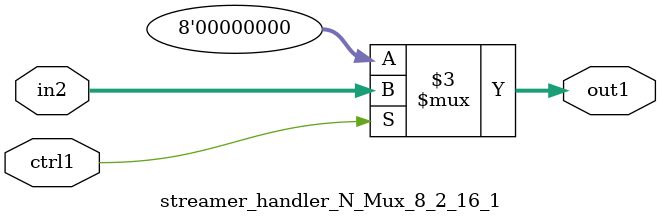
<source format=v>

`timescale 1ps / 1ps


module streamer_handler_N_Mux_8_2_16_1( in2, ctrl1, out1 );

    input [7:0] in2;
    input ctrl1;
    output [7:0] out1;
    reg [7:0] out1;

    
    // rtl_process:streamer_handler_N_Mux_8_2_16_1/streamer_handler_N_Mux_8_2_16_1_thread_1
    always @*
      begin : streamer_handler_N_Mux_8_2_16_1_thread_1
        case (ctrl1) 
          1'b1: 
            begin
              out1 = in2;
            end
          default: 
            begin
              out1 = 8'd000;
            end
        endcase
      end

endmodule


</source>
